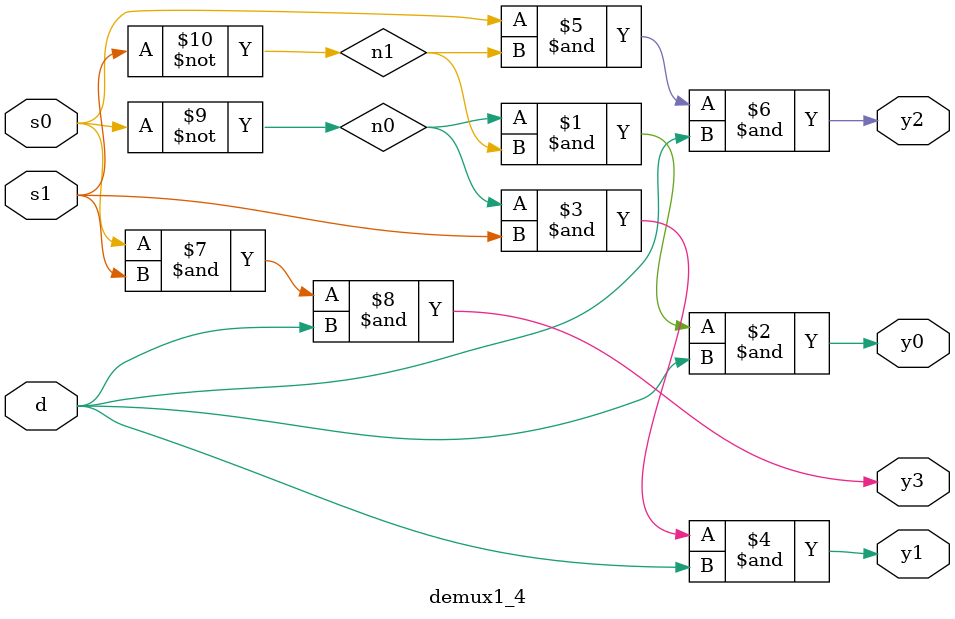
<source format=v>
module demux1_4
  (input d,
   input s0,
   input s1,
   output y0,y1,y2,y3);
  
  wire n0,n1;
  
  not(n0,s0);
  not(n1,s1);
  and a1(y0,n0,n1,d);
  and a2(y1,n0,s1,d);
  and a3(y2,s0,n1,d);
  and a4(y3,s0,s1,d);
endmodule
  

</source>
